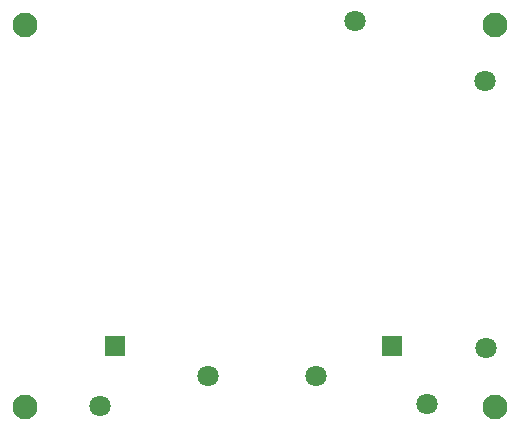
<source format=gbr>
%TF.GenerationSoftware,KiCad,Pcbnew,9.0.6*%
%TF.CreationDate,2025-12-26T20:18:00+00:00*%
%TF.ProjectId,PIDI-BOX-01-FRONTPANEL-1-3TE-A1,50494449-2d42-44f5-982d-30312d46524f,rev?*%
%TF.SameCoordinates,Original*%
%TF.FileFunction,Soldermask,Bot*%
%TF.FilePolarity,Negative*%
%FSLAX46Y46*%
G04 Gerber Fmt 4.6, Leading zero omitted, Abs format (unit mm)*
G04 Created by KiCad (PCBNEW 9.0.6) date 2025-12-26 20:18:00*
%MOMM*%
%LPD*%
G01*
G04 APERTURE LIST*
%ADD10C,1.799996*%
%ADD11C,2.100000*%
%ADD12R,1.700000X1.700000*%
G04 APERTURE END LIST*
D10*
%TO.C,LED4*%
X121742400Y-84353000D03*
%TD*%
%TO.C,LED5*%
X112270800Y-82016200D03*
%TD*%
%TO.C,LED2*%
X126650000Y-57050000D03*
%TD*%
D11*
%TO.C,REF\u002A\u002A*%
X127450000Y-52250000D03*
%TD*%
D10*
%TO.C,LED1*%
X115575000Y-51900000D03*
%TD*%
%TO.C,LED6*%
X103148200Y-81965400D03*
%TD*%
%TO.C,LED7*%
X93982800Y-84505400D03*
%TD*%
D12*
%TO.C,REF\u002A\u002A*%
X95275400Y-79476600D03*
%TD*%
D11*
%TO.C,REF\u002A\u002A*%
X87650000Y-52250000D03*
%TD*%
D12*
%TO.C,REF\u002A\u002A*%
X118745000Y-79476600D03*
%TD*%
D11*
%TO.C,REF\u002A\u002A*%
X87650000Y-84650000D03*
%TD*%
%TO.C,REF\u002A\u002A*%
X127450000Y-84650000D03*
%TD*%
D10*
%TO.C,LED3*%
X126672400Y-79625000D03*
%TD*%
M02*

</source>
